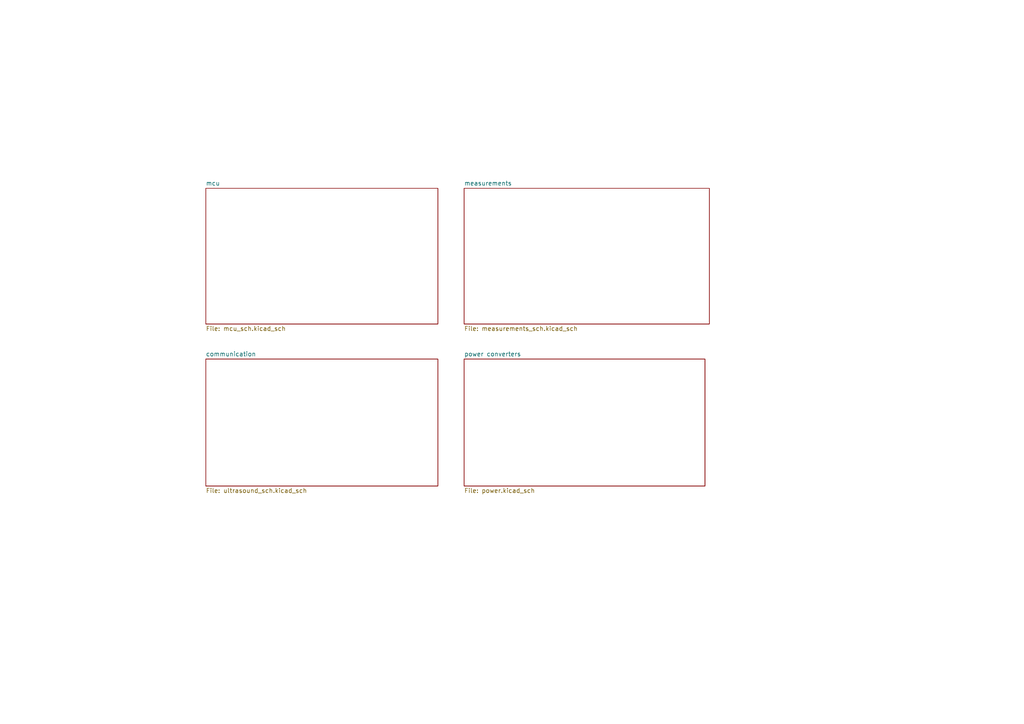
<source format=kicad_sch>
(kicad_sch (version 20211123) (generator eeschema)

  (uuid 4d0ef253-124f-497e-8a02-98804f21ec98)

  (paper "A4")

  (lib_symbols
  )


  (sheet (at 59.69 104.14) (size 67.31 36.83) (fields_autoplaced)
    (stroke (width 0.1524) (type solid) (color 0 0 0 0))
    (fill (color 0 0 0 0.0000))
    (uuid 03efad70-c9aa-48a1-8756-ad404298714a)
    (property "Sheet name" "communication" (id 0) (at 59.69 103.4284 0)
      (effects (font (size 1.27 1.27)) (justify left bottom))
    )
    (property "Sheet file" "ultrasound_sch.kicad_sch" (id 1) (at 59.69 141.5546 0)
      (effects (font (size 1.27 1.27)) (justify left top))
    )
  )

  (sheet (at 59.69 54.61) (size 67.31 39.37) (fields_autoplaced)
    (stroke (width 0.1524) (type solid) (color 0 0 0 0))
    (fill (color 0 0 0 0.0000))
    (uuid 415dd66c-310d-4150-9e33-ee8b65aef7bc)
    (property "Sheet name" "mcu" (id 0) (at 59.69 53.8984 0)
      (effects (font (size 1.27 1.27)) (justify left bottom))
    )
    (property "Sheet file" "mcu_sch.kicad_sch" (id 1) (at 59.69 94.5646 0)
      (effects (font (size 1.27 1.27)) (justify left top))
    )
  )

  (sheet (at 134.62 54.61) (size 71.12 39.37) (fields_autoplaced)
    (stroke (width 0.1524) (type solid) (color 0 0 0 0))
    (fill (color 0 0 0 0.0000))
    (uuid 6fbcc029-2e97-4cbb-aefe-dadd6dac0b49)
    (property "Sheet name" "measurements" (id 0) (at 134.62 53.8984 0)
      (effects (font (size 1.27 1.27)) (justify left bottom))
    )
    (property "Sheet file" "measurements_sch.kicad_sch" (id 1) (at 134.62 94.5646 0)
      (effects (font (size 1.27 1.27)) (justify left top))
    )
  )

  (sheet (at 134.62 104.14) (size 69.85 36.83) (fields_autoplaced)
    (stroke (width 0.1524) (type solid) (color 0 0 0 0))
    (fill (color 0 0 0 0.0000))
    (uuid 9c7af212-65f3-4d36-9a7c-51f47c138f55)
    (property "Sheet name" "power converters" (id 0) (at 134.62 103.4284 0)
      (effects (font (size 1.27 1.27)) (justify left bottom))
    )
    (property "Sheet file" "power.kicad_sch" (id 1) (at 134.62 141.5546 0)
      (effects (font (size 1.27 1.27)) (justify left top))
    )
  )

  (sheet_instances
    (path "/" (page "1"))
    (path "/6fbcc029-2e97-4cbb-aefe-dadd6dac0b49" (page "2"))
    (path "/03efad70-c9aa-48a1-8756-ad404298714a" (page "3"))
    (path "/9c7af212-65f3-4d36-9a7c-51f47c138f55" (page "4"))
    (path "/415dd66c-310d-4150-9e33-ee8b65aef7bc" (page "6"))
  )

  (symbol_instances
    (path "/9c7af212-65f3-4d36-9a7c-51f47c138f55/15fc069c-68bc-4e6e-9101-c00cfac1d37f"
      (reference "#FLG?") (unit 1) (value "PWR_FLAG") (footprint "")
    )
    (path "/9c7af212-65f3-4d36-9a7c-51f47c138f55/5e10292b-8f9c-4934-953e-eed8e82c116b"
      (reference "#FLG?") (unit 1) (value "PWR_FLAG") (footprint "")
    )
    (path "/9c7af212-65f3-4d36-9a7c-51f47c138f55/5fffde98-8776-448e-84ab-8f098e997026"
      (reference "#FLG?") (unit 1) (value "PWR_FLAG") (footprint "")
    )
    (path "/9c7af212-65f3-4d36-9a7c-51f47c138f55/6db1e6a0-34da-43a4-a1e9-5075072f048a"
      (reference "#FLG?") (unit 1) (value "PWR_FLAG") (footprint "")
    )
    (path "/9c7af212-65f3-4d36-9a7c-51f47c138f55/c2b4c934-11f3-4129-9446-a40a97d99ad9"
      (reference "#FLG?") (unit 1) (value "PWR_FLAG") (footprint "")
    )
    (path "/9c7af212-65f3-4d36-9a7c-51f47c138f55/1f52501b-29df-4b72-8d90-caf10141fb8b"
      (reference "#PWR?") (unit 1) (value "GND") (footprint "")
    )
    (path "/9c7af212-65f3-4d36-9a7c-51f47c138f55/2535e143-3ca2-4281-9082-ea04c386fddd"
      (reference "#PWR?") (unit 1) (value "+BATT") (footprint "")
    )
    (path "/9c7af212-65f3-4d36-9a7c-51f47c138f55/2d9ad9b2-c254-461c-ab1c-5266b2974388"
      (reference "#PWR?") (unit 1) (value "+BATT") (footprint "")
    )
    (path "/9c7af212-65f3-4d36-9a7c-51f47c138f55/3b4783df-e521-465c-87a4-2ce4d39f06f0"
      (reference "#PWR?") (unit 1) (value "GND") (footprint "")
    )
    (path "/9c7af212-65f3-4d36-9a7c-51f47c138f55/41c951a4-bc4c-4a86-a92a-8a2989975791"
      (reference "#PWR?") (unit 1) (value "-BATT") (footprint "")
    )
    (path "/9c7af212-65f3-4d36-9a7c-51f47c138f55/527a499e-44cb-4e61-a3b7-85bebaab4bc2"
      (reference "#PWR?") (unit 1) (value "+BATT") (footprint "")
    )
    (path "/6fbcc029-2e97-4cbb-aefe-dadd6dac0b49/613f8c0a-d54e-486e-8bfd-29b2f4ef8dc9"
      (reference "#PWR?") (unit 1) (value "GND") (footprint "")
    )
    (path "/9c7af212-65f3-4d36-9a7c-51f47c138f55/723b864e-d428-46e3-8443-6e99d47000e7"
      (reference "#PWR?") (unit 1) (value "-BATT") (footprint "")
    )
    (path "/9c7af212-65f3-4d36-9a7c-51f47c138f55/81e26378-0fd3-48e4-8efa-cb5813ed4158"
      (reference "#PWR?") (unit 1) (value "VDD") (footprint "")
    )
    (path "/9c7af212-65f3-4d36-9a7c-51f47c138f55/8c10e36c-7d97-41f5-8a9c-1236873fa15e"
      (reference "#PWR?") (unit 1) (value "VDDA") (footprint "")
    )
    (path "/9c7af212-65f3-4d36-9a7c-51f47c138f55/9566a93e-3f83-42aa-b27d-8a4ebb5b175f"
      (reference "#PWR?") (unit 1) (value "GND") (footprint "")
    )
    (path "/9c7af212-65f3-4d36-9a7c-51f47c138f55/a49b44d2-ec70-4471-b0ad-9cf3624d7316"
      (reference "#PWR?") (unit 1) (value "-BATT") (footprint "")
    )
    (path "/9c7af212-65f3-4d36-9a7c-51f47c138f55/a83f9d23-66bf-4fc2-aad4-7e0f6cd81a4f"
      (reference "#PWR?") (unit 1) (value "-BATT") (footprint "")
    )
    (path "/9c7af212-65f3-4d36-9a7c-51f47c138f55/db88d6f7-d458-42a4-9793-c438880289a1"
      (reference "#PWR?") (unit 1) (value "GND") (footprint "")
    )
    (path "/03efad70-c9aa-48a1-8756-ad404298714a/f0e9981e-f1ec-415d-b90b-438ddaa7c882"
      (reference "#PWR?") (unit 1) (value "GND") (footprint "")
    )
    (path "/9c7af212-65f3-4d36-9a7c-51f47c138f55/f83d5947-3c07-477c-8464-63f68aecf2e5"
      (reference "#PWR?") (unit 1) (value "+BATT") (footprint "")
    )
    (path "/03efad70-c9aa-48a1-8756-ad404298714a/be22a395-60aa-4885-bf5e-173116540bc5"
      (reference "BZ1") (unit 1) (value "Piezo") (footprint "")
    )
    (path "/03efad70-c9aa-48a1-8756-ad404298714a/6f354bec-17a3-4ebf-9b29-8e9e2afe0ee7"
      (reference "C1") (unit 1) (value "0.1uF") (footprint "")
    )
    (path "/9c7af212-65f3-4d36-9a7c-51f47c138f55/6ccb883e-4d73-48d4-8910-cb82e745a457"
      (reference "C4") (unit 1) (value "10uF") (footprint "")
    )
    (path "/9c7af212-65f3-4d36-9a7c-51f47c138f55/fb2b9fb5-94c4-4a05-824d-0a95eca490e9"
      (reference "C5") (unit 1) (value "100nF") (footprint "")
    )
    (path "/9c7af212-65f3-4d36-9a7c-51f47c138f55/66439fc8-a974-4cfc-8970-351001b42238"
      (reference "C6") (unit 1) (value "100nF") (footprint "")
    )
    (path "/9c7af212-65f3-4d36-9a7c-51f47c138f55/a39d319a-4710-47dc-8c3e-2feccb0e6497"
      (reference "C6") (unit 1) (value "10uF") (footprint "")
    )
    (path "/9c7af212-65f3-4d36-9a7c-51f47c138f55/7188a097-cac5-4c8f-9970-aa577e9a9c10"
      (reference "C7") (unit 1) (value "10uF") (footprint "")
    )
    (path "/9c7af212-65f3-4d36-9a7c-51f47c138f55/37c54fa0-8cd7-4b9b-831c-ae7ebfdd247f"
      (reference "C8") (unit 1) (value "100nF") (footprint "")
    )
    (path "/9c7af212-65f3-4d36-9a7c-51f47c138f55/39c315f0-9bb6-45b8-91e4-ce74bcdee1cd"
      (reference "C9") (unit 1) (value "100nF") (footprint "")
    )
    (path "/9c7af212-65f3-4d36-9a7c-51f47c138f55/7a3fe108-5250-4eee-97ac-acd4277e5e35"
      (reference "C10") (unit 1) (value "10uF") (footprint "")
    )
    (path "/9c7af212-65f3-4d36-9a7c-51f47c138f55/6365bd5d-4655-4cb8-a360-478c5a7bc087"
      (reference "C11") (unit 1) (value "10uF") (footprint "")
    )
    (path "/9c7af212-65f3-4d36-9a7c-51f47c138f55/ad03ec5b-50fd-44b6-9d3d-9f127d3b6be9"
      (reference "C12") (unit 1) (value "100nF") (footprint "")
    )
    (path "/9c7af212-65f3-4d36-9a7c-51f47c138f55/c4c6c911-d891-4096-a0de-be04fdcd3675"
      (reference "C13") (unit 1) (value "100nF") (footprint "")
    )
    (path "/9c7af212-65f3-4d36-9a7c-51f47c138f55/cc0114f3-5e73-4cb6-b962-f37d567e16f7"
      (reference "C14") (unit 1) (value "10uF") (footprint "")
    )
    (path "/415dd66c-310d-4150-9e33-ee8b65aef7bc/1c4d9d80-004c-4aae-a0ee-6724f8a616e3"
      (reference "C15") (unit 1) (value "100nF") (footprint "")
    )
    (path "/415dd66c-310d-4150-9e33-ee8b65aef7bc/972e407f-d96f-4fe1-829a-f637cec60c2d"
      (reference "C16") (unit 1) (value "100nF") (footprint "")
    )
    (path "/415dd66c-310d-4150-9e33-ee8b65aef7bc/e764f57b-450b-4c5b-bf87-8a19fecd14a8"
      (reference "C17") (unit 1) (value "100nF") (footprint "")
    )
    (path "/415dd66c-310d-4150-9e33-ee8b65aef7bc/be80ec3b-a7a3-49a5-bd46-b636724fff6b"
      (reference "C18") (unit 1) (value "10uF") (footprint "")
    )
    (path "/415dd66c-310d-4150-9e33-ee8b65aef7bc/894a4b68-d98b-4c78-96f1-229c7ecfff98"
      (reference "C19") (unit 1) (value "100nF") (footprint "")
    )
    (path "/415dd66c-310d-4150-9e33-ee8b65aef7bc/6a116c90-fb0f-4a52-bb29-c9efba039654"
      (reference "C20") (unit 1) (value "1uF") (footprint "")
    )
    (path "/6fbcc029-2e97-4cbb-aefe-dadd6dac0b49/cd95cc3f-1311-4b4c-875d-d9e44d7b0581"
      (reference "C25") (unit 1) (value "100nF") (footprint "")
    )
    (path "/6fbcc029-2e97-4cbb-aefe-dadd6dac0b49/39b1150b-843f-4ad0-a292-654d60512114"
      (reference "C26") (unit 1) (value "100nF") (footprint "")
    )
    (path "/6fbcc029-2e97-4cbb-aefe-dadd6dac0b49/bbb72a49-6e33-41ea-99f0-837de47b8c08"
      (reference "C26") (unit 1) (value "100nF") (footprint "")
    )
    (path "/6fbcc029-2e97-4cbb-aefe-dadd6dac0b49/b819cf50-f5a6-4a98-b95d-783da0a1ef6e"
      (reference "C27") (unit 1) (value "100nF") (footprint "")
    )
    (path "/03efad70-c9aa-48a1-8756-ad404298714a/76127282-4a58-4150-afae-0beec97e3c40"
      (reference "D1") (unit 1) (value "1N4004") (footprint "Diode_THT:D_DO-41_SOD81_P10.16mm_Horizontal")
    )
    (path "/03efad70-c9aa-48a1-8756-ad404298714a/29e69c9a-c4b2-49e9-92ce-3b7aff26f405"
      (reference "D2") (unit 1) (value "1N4004") (footprint "Diode_THT:D_DO-41_SOD81_P10.16mm_Horizontal")
    )
    (path "/9c7af212-65f3-4d36-9a7c-51f47c138f55/bad3fc83-405b-4f3e-b1db-8d5c17b4c1f0"
      (reference "L1") (unit 1) (value "150uH") (footprint "")
    )
    (path "/9c7af212-65f3-4d36-9a7c-51f47c138f55/2ac524c5-fbc4-400e-884b-9d573d72c4a1"
      (reference "L2") (unit 1) (value "15uH") (footprint "")
    )
    (path "/9c7af212-65f3-4d36-9a7c-51f47c138f55/aa1597e4-e874-4b65-8e35-cdb1b7123854"
      (reference "L3") (unit 1) (value "12uH") (footprint "")
    )
    (path "/9c7af212-65f3-4d36-9a7c-51f47c138f55/3bc44259-c6f5-47cb-bbbc-e193a255103d"
      (reference "Q1") (unit 1) (value "IRF6616") (footprint "Package_DirectFET:DirectFET_MX")
    )
    (path "/9c7af212-65f3-4d36-9a7c-51f47c138f55/12a8aca8-2257-4379-90ff-647554e3744d"
      (reference "Q2") (unit 1) (value "IRF6616") (footprint "Package_DirectFET:DirectFET_MX")
    )
    (path "/03efad70-c9aa-48a1-8756-ad404298714a/082c7dd8-d570-485a-8a8c-7516fa7ad208"
      (reference "R1") (unit 1) (value "100R") (footprint "")
    )
    (path "/03efad70-c9aa-48a1-8756-ad404298714a/e310a78b-1c0b-4b8a-9cad-4befb515f038"
      (reference "R2") (unit 1) (value "470k") (footprint "")
    )
    (path "/9c7af212-65f3-4d36-9a7c-51f47c138f55/cbca0d67-c3a9-4145-af0c-d94e8f6c2463"
      (reference "R4") (unit 1) (value "115kR") (footprint "")
    )
    (path "/9c7af212-65f3-4d36-9a7c-51f47c138f55/ffcdbcf7-4655-484c-af68-3707bea614c7"
      (reference "R5") (unit 1) (value "22kR") (footprint "")
    )
    (path "/9c7af212-65f3-4d36-9a7c-51f47c138f55/caaf294c-c1d0-4a48-b76c-5d2b11e85d6e"
      (reference "R7") (unit 1) (value "309kR") (footprint "")
    )
    (path "/9c7af212-65f3-4d36-9a7c-51f47c138f55/59ae442e-1edb-4fa5-b377-7088c517da9e"
      (reference "R8") (unit 1) (value "22kR") (footprint "")
    )
    (path "/9c7af212-65f3-4d36-9a7c-51f47c138f55/5b5e4eb7-96b0-4d4f-b426-4bf8ec0feca2"
      (reference "R8") (unit 1) (value "70kR") (footprint "")
    )
    (path "/9c7af212-65f3-4d36-9a7c-51f47c138f55/d7ae20df-6c4e-4a26-a9ba-6a85bcb6cddd"
      (reference "R9") (unit 1) (value "22kR") (footprint "")
    )
    (path "/415dd66c-310d-4150-9e33-ee8b65aef7bc/b8f2ff96-ccec-46c9-a0e8-af4385b84d4f"
      (reference "R15") (unit 1) (value "10kR") (footprint "")
    )
    (path "/415dd66c-310d-4150-9e33-ee8b65aef7bc/38ed9b93-44f8-48f9-ae47-04c489933495"
      (reference "R16") (unit 1) (value "500kR") (footprint "")
    )
    (path "/9c7af212-65f3-4d36-9a7c-51f47c138f55/db0e37c9-c715-4c6d-bef2-8e9b8028a567"
      (reference "R20") (unit 1) (value "10kR") (footprint "")
    )
    (path "/6fbcc029-2e97-4cbb-aefe-dadd6dac0b49/360db340-539b-44cb-917c-4814d3f8f1d0"
      (reference "R25") (unit 1) (value "4.7KR") (footprint "")
    )
    (path "/9c7af212-65f3-4d36-9a7c-51f47c138f55/3c5dfd03-89d6-4be0-9a92-9c429350514d"
      (reference "R?") (unit 1) (value "10kR") (footprint "")
    )
    (path "/415dd66c-310d-4150-9e33-ee8b65aef7bc/4a7379e1-ac0a-4ddc-88a3-fd1e1ca6e517"
      (reference "SW1") (unit 1) (value "SW_Push") (footprint "")
    )
    (path "/415dd66c-310d-4150-9e33-ee8b65aef7bc/03e88226-cd4c-495e-8240-f30f511ef3fc"
      (reference "U1") (unit 1) (value "STM32F103CBUx") (footprint "Package_DFN_QFN:QFN-48-1EP_7x7mm_P0.5mm_EP5.6x5.6mm")
    )
    (path "/9c7af212-65f3-4d36-9a7c-51f47c138f55/912c63c5-5df7-4dcf-8c39-15d6624f0cd7"
      (reference "U3") (unit 1) (value "LMR54406DBVR") (footprint "")
    )
    (path "/9c7af212-65f3-4d36-9a7c-51f47c138f55/9316665e-9966-4490-b737-7c6696aa2fe7"
      (reference "U4") (unit 1) (value "LMR54406DBVR") (footprint "")
    )
    (path "/9c7af212-65f3-4d36-9a7c-51f47c138f55/f348a411-6516-40d5-8fb8-6a22730371eb"
      (reference "U5") (unit 1) (value "LMR54406DBVR") (footprint "")
    )
    (path "/6fbcc029-2e97-4cbb-aefe-dadd6dac0b49/c24eb077-6d4a-4ccd-bd1c-9ae5a44d9429"
      (reference "U7") (unit 1) (value "519.933.003M") (footprint "")
    )
    (path "/6fbcc029-2e97-4cbb-aefe-dadd6dac0b49/3a006ecc-b301-417c-b427-edf58612ff3b"
      (reference "U8") (unit 1) (value "DS18B20") (footprint "Package_TO_SOT_THT:TO-92_Inline")
    )
    (path "/6fbcc029-2e97-4cbb-aefe-dadd6dac0b49/801548aa-1a6b-4b2f-a875-e509e4453ddf"
      (reference "U8") (unit 1) (value "MAX485E") (footprint "")
    )
    (path "/6fbcc029-2e97-4cbb-aefe-dadd6dac0b49/3bb38827-c0aa-479d-98ee-1719420e722c"
      (reference "U9") (unit 1) (value "Mets_methane_sensor") (footprint "")
    )
    (path "/6fbcc029-2e97-4cbb-aefe-dadd6dac0b49/fcd4c538-029c-4f55-a6c7-28bd83fc0bbd"
      (reference "U10") (unit 1) (value "4002B") (footprint "")
    )
    (path "/6fbcc029-2e97-4cbb-aefe-dadd6dac0b49/d2897ec6-9a28-402d-a53f-074a8f6785f3"
      (reference "U12") (unit 1) (value "GDK101") (footprint "")
    )
  )
)

</source>
